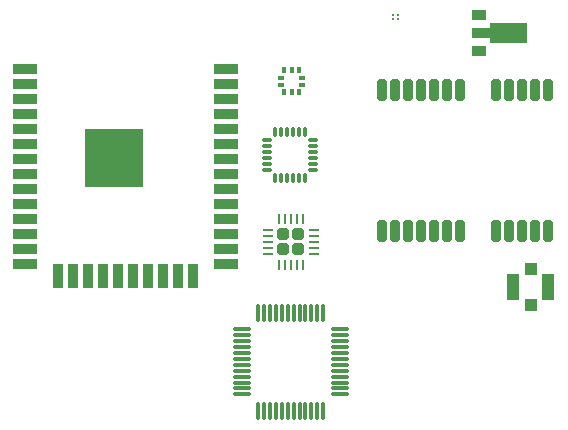
<source format=gbr>
%TF.GenerationSoftware,KiCad,Pcbnew,6.0.4*%
%TF.CreationDate,2022-04-20T20:25:44+02:00*%
%TF.ProjectId,main_pcb,6d61696e-5f70-4636-922e-6b696361645f,rev?*%
%TF.SameCoordinates,Original*%
%TF.FileFunction,Paste,Top*%
%TF.FilePolarity,Positive*%
%FSLAX46Y46*%
G04 Gerber Fmt 4.6, Leading zero omitted, Abs format (unit mm)*
G04 Created by KiCad (PCBNEW 6.0.4) date 2022-04-20 20:25:44*
%MOMM*%
%LPD*%
G01*
G04 APERTURE LIST*
G04 Aperture macros list*
%AMRoundRect*
0 Rectangle with rounded corners*
0 $1 Rounding radius*
0 $2 $3 $4 $5 $6 $7 $8 $9 X,Y pos of 4 corners*
0 Add a 4 corners polygon primitive as box body*
4,1,4,$2,$3,$4,$5,$6,$7,$8,$9,$2,$3,0*
0 Add four circle primitives for the rounded corners*
1,1,$1+$1,$2,$3*
1,1,$1+$1,$4,$5*
1,1,$1+$1,$6,$7*
1,1,$1+$1,$8,$9*
0 Add four rect primitives between the rounded corners*
20,1,$1+$1,$2,$3,$4,$5,0*
20,1,$1+$1,$4,$5,$6,$7,0*
20,1,$1+$1,$6,$7,$8,$9,0*
20,1,$1+$1,$8,$9,$2,$3,0*%
%AMFreePoly0*
4,1,9,3.862500,-0.866500,0.737500,-0.866500,0.737500,-0.450000,-0.737500,-0.450000,-0.737500,0.450000,0.737500,0.450000,0.737500,0.866500,3.862500,0.866500,3.862500,-0.866500,3.862500,-0.866500,$1*%
G04 Aperture macros list end*
%ADD10RoundRect,0.250000X-0.255000X-0.255000X0.255000X-0.255000X0.255000X0.255000X-0.255000X0.255000X0*%
%ADD11RoundRect,0.062500X-0.350000X-0.062500X0.350000X-0.062500X0.350000X0.062500X-0.350000X0.062500X0*%
%ADD12RoundRect,0.062500X-0.062500X-0.350000X0.062500X-0.350000X0.062500X0.350000X-0.062500X0.350000X0*%
%ADD13R,2.000000X0.900000*%
%ADD14R,0.900000X2.000000*%
%ADD15R,5.000000X5.000000*%
%ADD16RoundRect,0.075000X-0.350000X-0.075000X0.350000X-0.075000X0.350000X0.075000X-0.350000X0.075000X0*%
%ADD17RoundRect,0.075000X0.075000X-0.350000X0.075000X0.350000X-0.075000X0.350000X-0.075000X-0.350000X0*%
%ADD18R,1.000000X1.000000*%
%ADD19R,1.050000X2.200000*%
%ADD20RoundRect,0.100000X-0.175000X-0.100000X0.175000X-0.100000X0.175000X0.100000X-0.175000X0.100000X0*%
%ADD21RoundRect,0.100000X-0.100000X-0.175000X0.100000X-0.175000X0.100000X0.175000X-0.100000X0.175000X0*%
%ADD22RoundRect,0.075000X-0.662500X-0.075000X0.662500X-0.075000X0.662500X0.075000X-0.662500X0.075000X0*%
%ADD23RoundRect,0.075000X-0.075000X-0.662500X0.075000X-0.662500X0.075000X0.662500X-0.075000X0.662500X0*%
%ADD24R,1.300000X0.900000*%
%ADD25FreePoly0,0.000000*%
%ADD26RoundRect,0.200000X0.200000X-0.700000X0.200000X0.700000X-0.200000X0.700000X-0.200000X-0.700000X0*%
%ADD27C,0.250000*%
G04 APERTURE END LIST*
D10*
%TO.C,U2*%
X127625000Y-59045000D03*
X127625000Y-57795000D03*
X126375000Y-57795000D03*
X126375000Y-59045000D03*
D11*
X125062500Y-57420000D03*
X125062500Y-57920000D03*
X125062500Y-58420000D03*
X125062500Y-58920000D03*
X125062500Y-59420000D03*
D12*
X126000000Y-60357500D03*
X126500000Y-60357500D03*
X127000000Y-60357500D03*
X127500000Y-60357500D03*
X128000000Y-60357500D03*
D11*
X128937500Y-59420000D03*
X128937500Y-58920000D03*
X128937500Y-58420000D03*
X128937500Y-57920000D03*
X128937500Y-57420000D03*
D12*
X128000000Y-56482500D03*
X127500000Y-56482500D03*
X127000000Y-56482500D03*
X126500000Y-56482500D03*
X126000000Y-56482500D03*
%TD*%
D13*
%TO.C,U8*%
X104530000Y-43815000D03*
X104530000Y-45085000D03*
X104530000Y-46355000D03*
X104530000Y-47625000D03*
X104530000Y-48895000D03*
X104530000Y-50165000D03*
X104530000Y-51435000D03*
X104530000Y-52705000D03*
X104530000Y-53975000D03*
X104530000Y-55245000D03*
X104530000Y-56515000D03*
X104530000Y-57785000D03*
X104530000Y-59055000D03*
X104530000Y-60325000D03*
D14*
X107315000Y-61325000D03*
X108585000Y-61325000D03*
X109855000Y-61325000D03*
X111125000Y-61325000D03*
X112395000Y-61325000D03*
X113665000Y-61325000D03*
X114935000Y-61325000D03*
X116205000Y-61325000D03*
X117475000Y-61325000D03*
X118745000Y-61325000D03*
D13*
X121530000Y-60325000D03*
X121530000Y-59055000D03*
X121530000Y-57785000D03*
X121530000Y-56515000D03*
X121530000Y-55245000D03*
X121530000Y-53975000D03*
X121530000Y-52705000D03*
X121530000Y-51435000D03*
X121530000Y-50165000D03*
X121530000Y-48895000D03*
X121530000Y-47625000D03*
X121530000Y-46355000D03*
X121530000Y-45085000D03*
X121530000Y-43815000D03*
D15*
X112030000Y-51315000D03*
%TD*%
D16*
%TO.C,U4*%
X125000000Y-49800000D03*
X125000000Y-50300000D03*
X125000000Y-50800000D03*
X125000000Y-51300000D03*
X125000000Y-51800000D03*
X125000000Y-52300000D03*
D17*
X125700000Y-53000000D03*
X126200000Y-53000000D03*
X126700000Y-53000000D03*
X127200000Y-53000000D03*
X127700000Y-53000000D03*
X128200000Y-53000000D03*
D16*
X128900000Y-52300000D03*
X128900000Y-51800000D03*
X128900000Y-51300000D03*
X128900000Y-50800000D03*
X128900000Y-50300000D03*
X128900000Y-49800000D03*
D17*
X128200000Y-49100000D03*
X127700000Y-49100000D03*
X127200000Y-49100000D03*
X126700000Y-49100000D03*
X126200000Y-49100000D03*
X125700000Y-49100000D03*
%TD*%
D18*
%TO.C,REF\u002A\u002A*%
X147320000Y-63730000D03*
D19*
X148795000Y-62230000D03*
X145845000Y-62230000D03*
D18*
X147320000Y-60730000D03*
%TD*%
D20*
%TO.C,U6*%
X126145000Y-44520000D03*
X126145000Y-45120000D03*
D21*
X126470000Y-45745000D03*
X127070000Y-45745000D03*
X127670000Y-45745000D03*
D20*
X127995000Y-45120000D03*
X127995000Y-44520000D03*
D21*
X127670000Y-43895000D03*
X127070000Y-43895000D03*
X126470000Y-43895000D03*
%TD*%
D22*
%TO.C,U1*%
X122837500Y-65830000D03*
X122837500Y-66330000D03*
X122837500Y-66830000D03*
X122837500Y-67330000D03*
X122837500Y-67830000D03*
X122837500Y-68330000D03*
X122837500Y-68830000D03*
X122837500Y-69330000D03*
X122837500Y-69830000D03*
X122837500Y-70330000D03*
X122837500Y-70830000D03*
X122837500Y-71330000D03*
D23*
X124250000Y-72742500D03*
X124750000Y-72742500D03*
X125250000Y-72742500D03*
X125750000Y-72742500D03*
X126250000Y-72742500D03*
X126750000Y-72742500D03*
X127250000Y-72742500D03*
X127750000Y-72742500D03*
X128250000Y-72742500D03*
X128750000Y-72742500D03*
X129250000Y-72742500D03*
X129750000Y-72742500D03*
D22*
X131162500Y-71330000D03*
X131162500Y-70830000D03*
X131162500Y-70330000D03*
X131162500Y-69830000D03*
X131162500Y-69330000D03*
X131162500Y-68830000D03*
X131162500Y-68330000D03*
X131162500Y-67830000D03*
X131162500Y-67330000D03*
X131162500Y-66830000D03*
X131162500Y-66330000D03*
X131162500Y-65830000D03*
D23*
X129750000Y-64417500D03*
X129250000Y-64417500D03*
X128750000Y-64417500D03*
X128250000Y-64417500D03*
X127750000Y-64417500D03*
X127250000Y-64417500D03*
X126750000Y-64417500D03*
X126250000Y-64417500D03*
X125750000Y-64417500D03*
X125250000Y-64417500D03*
X124750000Y-64417500D03*
X124250000Y-64417500D03*
%TD*%
D24*
%TO.C,U5*%
X142980000Y-39240000D03*
D25*
X143067500Y-40740000D03*
D24*
X142980000Y-42240000D03*
%TD*%
D26*
%TO.C,U7*%
X134740000Y-45540000D03*
X135840000Y-45540000D03*
X136940000Y-45540000D03*
X138040000Y-45540000D03*
X139140000Y-45540000D03*
X140240000Y-45540000D03*
X141340000Y-45540000D03*
X144340000Y-45540000D03*
X145440000Y-45540000D03*
X146540000Y-45540000D03*
X147640000Y-45540000D03*
X148740000Y-45540000D03*
X148740000Y-57540000D03*
X147640000Y-57540000D03*
X146540000Y-57540000D03*
X145440000Y-57540000D03*
X144340000Y-57540000D03*
X141340000Y-57540000D03*
X140240000Y-57540000D03*
X139140000Y-57540000D03*
X138040000Y-57540000D03*
X136940000Y-57540000D03*
X135840000Y-57540000D03*
X134740000Y-57540000D03*
%TD*%
D27*
%TO.C,U3*%
X135690000Y-39170000D03*
X136090000Y-39170000D03*
X135690000Y-39570000D03*
X136090000Y-39570000D03*
%TD*%
M02*

</source>
